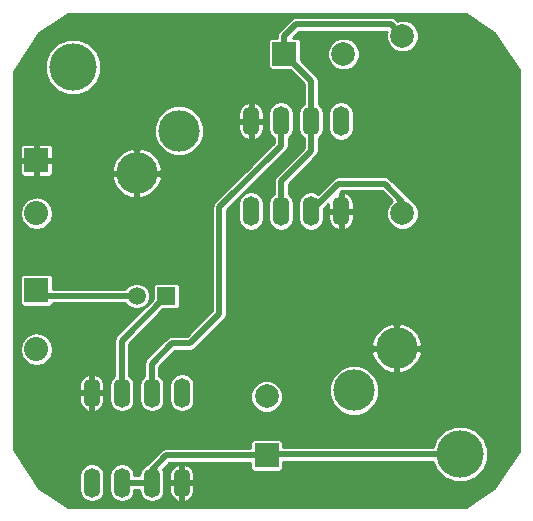
<source format=gtl>
G04 #@! TF.FileFunction,Copper,L1,Top,Signal*
%FSLAX46Y46*%
G04 Gerber Fmt 4.6, Leading zero omitted, Abs format (unit mm)*
G04 Created by KiCad (PCBNEW (2014-11-17 BZR 5289)-product) date Wed 28 Oct 2015 02:20:07 PM EDT*
%MOMM*%
G01*
G04 APERTURE LIST*
%ADD10C,0.100000*%
%ADD11R,2.032000X2.032000*%
%ADD12O,2.032000X2.032000*%
%ADD13O,1.400000X2.500000*%
%ADD14R,2.000000X2.000000*%
%ADD15C,2.000000*%
%ADD16C,1.998980*%
%ADD17C,3.500000*%
%ADD18C,4.000000*%
%ADD19R,1.500000X1.500000*%
%ADD20C,1.500000*%
%ADD21C,0.500000*%
%ADD22C,0.254000*%
G04 APERTURE END LIST*
D10*
D11*
X193000000Y-91500000D03*
D12*
X193000000Y-96000000D03*
D11*
X193000000Y-102500000D03*
D12*
X193000000Y-107500000D03*
D13*
X205310000Y-111190000D03*
X202770000Y-111190000D03*
X200230000Y-111190000D03*
X197690000Y-111190000D03*
X197690000Y-118810000D03*
X200230000Y-118810000D03*
X202770000Y-118810000D03*
X205310000Y-118810000D03*
X218810000Y-88190000D03*
X216270000Y-88190000D03*
X213730000Y-88190000D03*
X211190000Y-88190000D03*
X211190000Y-95810000D03*
X213730000Y-95810000D03*
X216270000Y-95810000D03*
X218810000Y-95810000D03*
D14*
X214000000Y-82500000D03*
D15*
X219000000Y-82500000D03*
D14*
X212500000Y-116500000D03*
D15*
X212500000Y-111500000D03*
D16*
X224000000Y-96000000D03*
X224000000Y-81000000D03*
D17*
X223500000Y-107407898D03*
X219907898Y-111000000D03*
D18*
X228888154Y-116388154D03*
D17*
X201500000Y-92592102D03*
X205092102Y-89000000D03*
D18*
X196111846Y-83611846D03*
D19*
X204000000Y-103000000D03*
D20*
X201500000Y-103000000D03*
D21*
X224000000Y-81000000D02*
X223000000Y-80000000D01*
X214000000Y-81000000D02*
X214000000Y-82500000D01*
X215000000Y-80000000D02*
X214000000Y-81000000D01*
X223000000Y-80000000D02*
X215000000Y-80000000D01*
X216270000Y-84770000D02*
X216270000Y-88190000D01*
X214000000Y-82500000D02*
X216270000Y-84770000D01*
X213730000Y-93270000D02*
X216270000Y-90730000D01*
X216270000Y-90730000D02*
X216270000Y-88190000D01*
X213730000Y-95810000D02*
X213730000Y-93270000D01*
X200230000Y-118810000D02*
X202770000Y-118810000D01*
X202770000Y-117730000D02*
X204000000Y-116500000D01*
X204000000Y-116500000D02*
X212500000Y-116500000D01*
X202770000Y-118810000D02*
X202770000Y-117730000D01*
X212611846Y-116388154D02*
X212500000Y-116500000D01*
X228888154Y-116388154D02*
X212611846Y-116388154D01*
X200230000Y-106770000D02*
X200230000Y-111190000D01*
X204000000Y-103000000D02*
X200230000Y-106770000D01*
X204500000Y-103000000D02*
X204000000Y-103000000D01*
X201500000Y-103000000D02*
X193500000Y-103000000D01*
X193500000Y-103000000D02*
X193000000Y-102500000D01*
X193500000Y-103000000D02*
X193000000Y-102500000D01*
X222500000Y-93500000D02*
X218580000Y-93500000D01*
X218580000Y-93500000D02*
X216270000Y-95810000D01*
X224000000Y-95000000D02*
X222500000Y-93500000D01*
X224000000Y-96000000D02*
X224000000Y-95000000D01*
X202770000Y-108730000D02*
X204500000Y-107000000D01*
X204500000Y-107000000D02*
X206000000Y-107000000D01*
X206000000Y-107000000D02*
X208500000Y-104500000D01*
X208500000Y-104500000D02*
X208500000Y-95500000D01*
X208500000Y-95500000D02*
X213730000Y-90270000D01*
X213730000Y-90270000D02*
X213730000Y-88190000D01*
X202770000Y-111190000D02*
X202770000Y-108730000D01*
D22*
G36*
X233873000Y-115956578D02*
X233832802Y-116158665D01*
X231760334Y-119260333D01*
X231269567Y-119588253D01*
X231269567Y-115916622D01*
X230907845Y-115041188D01*
X230238643Y-114370817D01*
X229363842Y-114007568D01*
X228416622Y-114006741D01*
X227541188Y-114368463D01*
X226870817Y-115037665D01*
X226572059Y-115757154D01*
X225622462Y-115757154D01*
X225622462Y-107872646D01*
X225622462Y-106943150D01*
X225380729Y-106389869D01*
X225380729Y-95726608D01*
X225380729Y-80726608D01*
X225171005Y-80219037D01*
X224783006Y-79830360D01*
X224275801Y-79619751D01*
X223726608Y-79619271D01*
X223574492Y-79682123D01*
X223446184Y-79553816D01*
X223241473Y-79417032D01*
X223000000Y-79369000D01*
X215000000Y-79369000D01*
X214758527Y-79417032D01*
X214553816Y-79553815D01*
X213553816Y-80553816D01*
X213417032Y-80758527D01*
X213369000Y-81000000D01*
X213369000Y-81119000D01*
X212924214Y-81119000D01*
X212784180Y-81177004D01*
X212677004Y-81284181D01*
X212619000Y-81424215D01*
X212619000Y-81575786D01*
X212619000Y-83575786D01*
X212677004Y-83715820D01*
X212784181Y-83822996D01*
X212924215Y-83881000D01*
X213075786Y-83881000D01*
X214488631Y-83881000D01*
X215639000Y-85031368D01*
X215639000Y-86754541D01*
X215505618Y-86843665D01*
X215271286Y-87194366D01*
X215189000Y-87608047D01*
X215189000Y-88771953D01*
X215271286Y-89185634D01*
X215505618Y-89536335D01*
X215639000Y-89625458D01*
X215639000Y-90468631D01*
X214811000Y-91296631D01*
X214811000Y-88771953D01*
X214811000Y-87608047D01*
X214728714Y-87194366D01*
X214494382Y-86843665D01*
X214143681Y-86609333D01*
X213730000Y-86527047D01*
X213316319Y-86609333D01*
X212965618Y-86843665D01*
X212731286Y-87194366D01*
X212649000Y-87608047D01*
X212649000Y-88771953D01*
X212731286Y-89185634D01*
X212965618Y-89536335D01*
X213099000Y-89625458D01*
X213099000Y-90008632D01*
X212271000Y-90836632D01*
X212271000Y-88867000D01*
X212271000Y-88317000D01*
X212271000Y-88063000D01*
X212271000Y-87513000D01*
X212140113Y-87108987D01*
X211864580Y-86785815D01*
X211483371Y-86599570D01*
X211317000Y-86662465D01*
X211317000Y-88063000D01*
X212271000Y-88063000D01*
X212271000Y-88317000D01*
X211317000Y-88317000D01*
X211317000Y-89717535D01*
X211483371Y-89780430D01*
X211864580Y-89594185D01*
X212140113Y-89271013D01*
X212271000Y-88867000D01*
X212271000Y-90836632D01*
X211063000Y-92044632D01*
X211063000Y-89717535D01*
X211063000Y-88317000D01*
X211063000Y-88063000D01*
X211063000Y-86662465D01*
X210896629Y-86599570D01*
X210515420Y-86785815D01*
X210239887Y-87108987D01*
X210109000Y-87513000D01*
X210109000Y-88063000D01*
X211063000Y-88063000D01*
X211063000Y-88317000D01*
X210109000Y-88317000D01*
X210109000Y-88867000D01*
X210239887Y-89271013D01*
X210515420Y-89594185D01*
X210896629Y-89780430D01*
X211063000Y-89717535D01*
X211063000Y-92044632D01*
X208053816Y-95053816D01*
X207917032Y-95258527D01*
X207869000Y-95500000D01*
X207869000Y-104238632D01*
X207223471Y-104884161D01*
X207223471Y-88577978D01*
X206899729Y-87794462D01*
X206300793Y-87194479D01*
X205517844Y-86869370D01*
X204670080Y-86868631D01*
X203886564Y-87192373D01*
X203286581Y-87791309D01*
X202961472Y-88574258D01*
X202960733Y-89422022D01*
X203284475Y-90205538D01*
X203883411Y-90805521D01*
X204666360Y-91130630D01*
X205514124Y-91131369D01*
X206297640Y-90807627D01*
X206897623Y-90208691D01*
X207222732Y-89425742D01*
X207223471Y-88577978D01*
X207223471Y-104884161D01*
X205738632Y-106369000D01*
X205131000Y-106369000D01*
X205131000Y-103825785D01*
X205131000Y-103674214D01*
X205131000Y-103000000D01*
X205131000Y-102174214D01*
X205072996Y-102034180D01*
X204965819Y-101927004D01*
X204825785Y-101869000D01*
X204674214Y-101869000D01*
X203622462Y-101869000D01*
X203622462Y-93056850D01*
X203622462Y-92127354D01*
X203283048Y-91350500D01*
X202672181Y-90762668D01*
X201964748Y-90469640D01*
X201627000Y-90518488D01*
X201627000Y-92465102D01*
X203573614Y-92465102D01*
X203622462Y-92127354D01*
X203622462Y-93056850D01*
X203573614Y-92719102D01*
X201627000Y-92719102D01*
X201627000Y-94665716D01*
X201964748Y-94714564D01*
X202741602Y-94375150D01*
X203329434Y-93764283D01*
X203622462Y-93056850D01*
X203622462Y-101869000D01*
X203174214Y-101869000D01*
X203034180Y-101927004D01*
X202927004Y-102034181D01*
X202869000Y-102174215D01*
X202869000Y-102325786D01*
X202869000Y-103238632D01*
X202631196Y-103476436D01*
X202631196Y-102776017D01*
X202459375Y-102360177D01*
X202141497Y-102041744D01*
X201725957Y-101869196D01*
X201373000Y-101868888D01*
X201373000Y-94665716D01*
X201373000Y-92719102D01*
X201373000Y-92465102D01*
X201373000Y-90518488D01*
X201035252Y-90469640D01*
X200258398Y-90809054D01*
X199670566Y-91419921D01*
X199377538Y-92127354D01*
X199426386Y-92465102D01*
X201373000Y-92465102D01*
X201373000Y-92719102D01*
X199426386Y-92719102D01*
X199377538Y-93056850D01*
X199716952Y-93833704D01*
X200327819Y-94421536D01*
X201035252Y-94714564D01*
X201373000Y-94665716D01*
X201373000Y-101868888D01*
X201276017Y-101868804D01*
X200860177Y-102040625D01*
X200541744Y-102358503D01*
X200537385Y-102369000D01*
X198493259Y-102369000D01*
X198493259Y-83140314D01*
X198131537Y-82264880D01*
X197462335Y-81594509D01*
X196587534Y-81231260D01*
X195640314Y-81230433D01*
X194764880Y-81592155D01*
X194094509Y-82261357D01*
X193731260Y-83136158D01*
X193730433Y-84083378D01*
X194092155Y-84958812D01*
X194761357Y-85629183D01*
X195636158Y-85992432D01*
X196583378Y-85993259D01*
X197458812Y-85631537D01*
X198129183Y-84962335D01*
X198492432Y-84087534D01*
X198493259Y-83140314D01*
X198493259Y-102369000D01*
X194397000Y-102369000D01*
X194397000Y-101408214D01*
X194397000Y-96027369D01*
X194397000Y-95972631D01*
X194397000Y-92591786D01*
X194397000Y-91722250D01*
X194397000Y-91277750D01*
X194397000Y-90408214D01*
X194338996Y-90268180D01*
X194231819Y-90161004D01*
X194091785Y-90103000D01*
X193940214Y-90103000D01*
X193222250Y-90103000D01*
X193127000Y-90198250D01*
X193127000Y-91373000D01*
X194301750Y-91373000D01*
X194397000Y-91277750D01*
X194397000Y-91722250D01*
X194301750Y-91627000D01*
X193127000Y-91627000D01*
X193127000Y-92801750D01*
X193222250Y-92897000D01*
X193940214Y-92897000D01*
X194091785Y-92897000D01*
X194231819Y-92838996D01*
X194338996Y-92731820D01*
X194397000Y-92591786D01*
X194397000Y-95972631D01*
X194290660Y-95438022D01*
X193987828Y-94984803D01*
X193534609Y-94681971D01*
X193000000Y-94575631D01*
X192873000Y-94600892D01*
X192873000Y-92801750D01*
X192873000Y-91627000D01*
X192873000Y-91373000D01*
X192873000Y-90198250D01*
X192777750Y-90103000D01*
X192059786Y-90103000D01*
X191908215Y-90103000D01*
X191768181Y-90161004D01*
X191661004Y-90268180D01*
X191603000Y-90408214D01*
X191603000Y-91277750D01*
X191698250Y-91373000D01*
X192873000Y-91373000D01*
X192873000Y-91627000D01*
X191698250Y-91627000D01*
X191603000Y-91722250D01*
X191603000Y-92591786D01*
X191661004Y-92731820D01*
X191768181Y-92838996D01*
X191908215Y-92897000D01*
X192059786Y-92897000D01*
X192777750Y-92897000D01*
X192873000Y-92801750D01*
X192873000Y-94600892D01*
X192465391Y-94681971D01*
X192012172Y-94984803D01*
X191709340Y-95438022D01*
X191603000Y-95972631D01*
X191603000Y-96027369D01*
X191709340Y-96561978D01*
X192012172Y-97015197D01*
X192465391Y-97318029D01*
X193000000Y-97424369D01*
X193534609Y-97318029D01*
X193987828Y-97015197D01*
X194290660Y-96561978D01*
X194397000Y-96027369D01*
X194397000Y-101408214D01*
X194338996Y-101268180D01*
X194231819Y-101161004D01*
X194091785Y-101103000D01*
X193940214Y-101103000D01*
X191908214Y-101103000D01*
X191768180Y-101161004D01*
X191661004Y-101268181D01*
X191603000Y-101408215D01*
X191603000Y-101559786D01*
X191603000Y-103591786D01*
X191661004Y-103731820D01*
X191768181Y-103838996D01*
X191908215Y-103897000D01*
X192059786Y-103897000D01*
X194091786Y-103897000D01*
X194231820Y-103838996D01*
X194338996Y-103731819D01*
X194380756Y-103631000D01*
X200536979Y-103631000D01*
X200540625Y-103639823D01*
X200858503Y-103958256D01*
X201274043Y-104130804D01*
X201723983Y-104131196D01*
X202139823Y-103959375D01*
X202458256Y-103641497D01*
X202630804Y-103225957D01*
X202631196Y-102776017D01*
X202631196Y-103476436D01*
X199783816Y-106323816D01*
X199647032Y-106528527D01*
X199599000Y-106770000D01*
X199599000Y-109754541D01*
X199465618Y-109843665D01*
X199231286Y-110194366D01*
X199149000Y-110608047D01*
X199149000Y-111771953D01*
X199231286Y-112185634D01*
X199465618Y-112536335D01*
X199816319Y-112770667D01*
X200230000Y-112852953D01*
X200643681Y-112770667D01*
X200994382Y-112536335D01*
X201228714Y-112185634D01*
X201311000Y-111771953D01*
X201311000Y-110608047D01*
X201228714Y-110194366D01*
X200994382Y-109843665D01*
X200861000Y-109754541D01*
X200861000Y-107031368D01*
X203761368Y-104131000D01*
X204825786Y-104131000D01*
X204965820Y-104072996D01*
X205072996Y-103965819D01*
X205131000Y-103825785D01*
X205131000Y-106369000D01*
X204500000Y-106369000D01*
X204258527Y-106417032D01*
X204190599Y-106462420D01*
X204053815Y-106553816D01*
X202323816Y-108283816D01*
X202187032Y-108488527D01*
X202139000Y-108730000D01*
X202139000Y-109754541D01*
X202005618Y-109843665D01*
X201771286Y-110194366D01*
X201689000Y-110608047D01*
X201689000Y-111771953D01*
X201771286Y-112185634D01*
X202005618Y-112536335D01*
X202356319Y-112770667D01*
X202770000Y-112852953D01*
X203183681Y-112770667D01*
X203534382Y-112536335D01*
X203768714Y-112185634D01*
X203851000Y-111771953D01*
X203851000Y-110608047D01*
X203768714Y-110194366D01*
X203534382Y-109843665D01*
X203401000Y-109754541D01*
X203401000Y-108991368D01*
X204761368Y-107631000D01*
X206000000Y-107631000D01*
X206000000Y-107630999D01*
X206241473Y-107582968D01*
X206446184Y-107446184D01*
X208946184Y-104946184D01*
X209082968Y-104741473D01*
X209131000Y-104500000D01*
X209131000Y-95761368D01*
X210419405Y-94472962D01*
X210191286Y-94814366D01*
X210109000Y-95228047D01*
X210109000Y-96391953D01*
X210191286Y-96805634D01*
X210425618Y-97156335D01*
X210776319Y-97390667D01*
X211190000Y-97472953D01*
X211603681Y-97390667D01*
X211954382Y-97156335D01*
X212188714Y-96805634D01*
X212271000Y-96391953D01*
X212271000Y-95228047D01*
X212188714Y-94814366D01*
X211954382Y-94463665D01*
X211603681Y-94229333D01*
X211190000Y-94147047D01*
X210776319Y-94229333D01*
X210434915Y-94457452D01*
X214176184Y-90716184D01*
X214312968Y-90511473D01*
X214361000Y-90270000D01*
X214361000Y-89625458D01*
X214494382Y-89536335D01*
X214728714Y-89185634D01*
X214811000Y-88771953D01*
X214811000Y-91296631D01*
X213283816Y-92823816D01*
X213147032Y-93028527D01*
X213099000Y-93270000D01*
X213099000Y-94374541D01*
X212965618Y-94463665D01*
X212731286Y-94814366D01*
X212649000Y-95228047D01*
X212649000Y-96391953D01*
X212731286Y-96805634D01*
X212965618Y-97156335D01*
X213316319Y-97390667D01*
X213730000Y-97472953D01*
X214143681Y-97390667D01*
X214494382Y-97156335D01*
X214728714Y-96805634D01*
X214811000Y-96391953D01*
X214811000Y-95228047D01*
X214728714Y-94814366D01*
X214494382Y-94463665D01*
X214361000Y-94374541D01*
X214361000Y-93531368D01*
X216716184Y-91176185D01*
X216716184Y-91176184D01*
X216852968Y-90971474D01*
X216852968Y-90971473D01*
X216860936Y-90931410D01*
X216900999Y-90730000D01*
X216901000Y-90730000D01*
X216901000Y-89625458D01*
X217034382Y-89536335D01*
X217268714Y-89185634D01*
X217351000Y-88771953D01*
X217351000Y-87608047D01*
X217268714Y-87194366D01*
X217034382Y-86843665D01*
X216901000Y-86754541D01*
X216901000Y-84770000D01*
X216852968Y-84528527D01*
X216716185Y-84323816D01*
X215381000Y-82988631D01*
X215381000Y-81424214D01*
X215322996Y-81284180D01*
X215215819Y-81177004D01*
X215075785Y-81119000D01*
X214924214Y-81119000D01*
X214773368Y-81119000D01*
X215261368Y-80631000D01*
X222658450Y-80631000D01*
X222619751Y-80724199D01*
X222619271Y-81273392D01*
X222828995Y-81780963D01*
X223216994Y-82169640D01*
X223724199Y-82380249D01*
X224273392Y-82380729D01*
X224780963Y-82171005D01*
X225169640Y-81783006D01*
X225380249Y-81275801D01*
X225380729Y-80726608D01*
X225380729Y-95726608D01*
X225171005Y-95219037D01*
X224783006Y-94830360D01*
X224572584Y-94742985D01*
X224572583Y-94742985D01*
X224446184Y-94553816D01*
X224446184Y-94553815D01*
X222946184Y-93053816D01*
X222741473Y-92917032D01*
X222500000Y-92869000D01*
X220381239Y-92869000D01*
X220381239Y-82226507D01*
X220171437Y-81718749D01*
X219783295Y-81329928D01*
X219275903Y-81119241D01*
X218726507Y-81118761D01*
X218218749Y-81328563D01*
X217829928Y-81716705D01*
X217619241Y-82224097D01*
X217618761Y-82773493D01*
X217828563Y-83281251D01*
X218216705Y-83670072D01*
X218724097Y-83880759D01*
X219273493Y-83881239D01*
X219781251Y-83671437D01*
X220170072Y-83283295D01*
X220380759Y-82775903D01*
X220381239Y-82226507D01*
X220381239Y-92869000D01*
X219891000Y-92869000D01*
X219891000Y-88771953D01*
X219891000Y-87608047D01*
X219808714Y-87194366D01*
X219574382Y-86843665D01*
X219223681Y-86609333D01*
X218810000Y-86527047D01*
X218396319Y-86609333D01*
X218045618Y-86843665D01*
X217811286Y-87194366D01*
X217729000Y-87608047D01*
X217729000Y-88771953D01*
X217811286Y-89185634D01*
X218045618Y-89536335D01*
X218396319Y-89770667D01*
X218810000Y-89852953D01*
X219223681Y-89770667D01*
X219574382Y-89536335D01*
X219808714Y-89185634D01*
X219891000Y-88771953D01*
X219891000Y-92869000D01*
X218580000Y-92869000D01*
X218378589Y-92909063D01*
X218338526Y-92917032D01*
X218133815Y-93053816D01*
X216848301Y-94339329D01*
X216683681Y-94229333D01*
X216270000Y-94147047D01*
X215856319Y-94229333D01*
X215505618Y-94463665D01*
X215271286Y-94814366D01*
X215189000Y-95228047D01*
X215189000Y-96391953D01*
X215271286Y-96805634D01*
X215505618Y-97156335D01*
X215856319Y-97390667D01*
X216270000Y-97472953D01*
X216683681Y-97390667D01*
X217034382Y-97156335D01*
X217268714Y-96805634D01*
X217351000Y-96391953D01*
X217351000Y-95621368D01*
X217729000Y-95243368D01*
X217729000Y-95683000D01*
X218683000Y-95683000D01*
X218683000Y-94289368D01*
X218841368Y-94131000D01*
X222238631Y-94131000D01*
X223077708Y-94970077D01*
X222830360Y-95216994D01*
X222619751Y-95724199D01*
X222619271Y-96273392D01*
X222828995Y-96780963D01*
X223216994Y-97169640D01*
X223724199Y-97380249D01*
X224273392Y-97380729D01*
X224780963Y-97171005D01*
X225169640Y-96783006D01*
X225380249Y-96275801D01*
X225380729Y-95726608D01*
X225380729Y-106389869D01*
X225283048Y-106166296D01*
X224672181Y-105578464D01*
X223964748Y-105285436D01*
X223627000Y-105334284D01*
X223627000Y-107280898D01*
X225573614Y-107280898D01*
X225622462Y-106943150D01*
X225622462Y-107872646D01*
X225573614Y-107534898D01*
X223627000Y-107534898D01*
X223627000Y-109481512D01*
X223964748Y-109530360D01*
X224741602Y-109190946D01*
X225329434Y-108580079D01*
X225622462Y-107872646D01*
X225622462Y-115757154D01*
X223373000Y-115757154D01*
X223373000Y-109481512D01*
X223373000Y-107534898D01*
X223373000Y-107280898D01*
X223373000Y-105334284D01*
X223035252Y-105285436D01*
X222258398Y-105624850D01*
X221670566Y-106235717D01*
X221377538Y-106943150D01*
X221426386Y-107280898D01*
X223373000Y-107280898D01*
X223373000Y-107534898D01*
X221426386Y-107534898D01*
X221377538Y-107872646D01*
X221716952Y-108649500D01*
X222327819Y-109237332D01*
X223035252Y-109530360D01*
X223373000Y-109481512D01*
X223373000Y-115757154D01*
X222039267Y-115757154D01*
X222039267Y-110577978D01*
X221715525Y-109794462D01*
X221116589Y-109194479D01*
X220333640Y-108869370D01*
X219891000Y-108868984D01*
X219891000Y-96487000D01*
X219891000Y-95937000D01*
X219891000Y-95683000D01*
X219891000Y-95133000D01*
X219760113Y-94728987D01*
X219484580Y-94405815D01*
X219103371Y-94219570D01*
X218937000Y-94282465D01*
X218937000Y-95683000D01*
X219891000Y-95683000D01*
X219891000Y-95937000D01*
X218937000Y-95937000D01*
X218937000Y-97337535D01*
X219103371Y-97400430D01*
X219484580Y-97214185D01*
X219760113Y-96891013D01*
X219891000Y-96487000D01*
X219891000Y-108868984D01*
X219485876Y-108868631D01*
X218702360Y-109192373D01*
X218683000Y-109211699D01*
X218683000Y-97337535D01*
X218683000Y-95937000D01*
X217729000Y-95937000D01*
X217729000Y-96487000D01*
X217859887Y-96891013D01*
X218135420Y-97214185D01*
X218516629Y-97400430D01*
X218683000Y-97337535D01*
X218683000Y-109211699D01*
X218102377Y-109791309D01*
X217777268Y-110574258D01*
X217776529Y-111422022D01*
X218100271Y-112205538D01*
X218699207Y-112805521D01*
X219482156Y-113130630D01*
X220329920Y-113131369D01*
X221113436Y-112807627D01*
X221713419Y-112208691D01*
X222038528Y-111425742D01*
X222039267Y-110577978D01*
X222039267Y-115757154D01*
X213881239Y-115757154D01*
X213881239Y-111226507D01*
X213671437Y-110718749D01*
X213283295Y-110329928D01*
X212775903Y-110119241D01*
X212226507Y-110118761D01*
X211718749Y-110328563D01*
X211329928Y-110716705D01*
X211119241Y-111224097D01*
X211118761Y-111773493D01*
X211328563Y-112281251D01*
X211716705Y-112670072D01*
X212224097Y-112880759D01*
X212773493Y-112881239D01*
X213281251Y-112671437D01*
X213670072Y-112283295D01*
X213880759Y-111775903D01*
X213881239Y-111226507D01*
X213881239Y-115757154D01*
X213881000Y-115757154D01*
X213881000Y-115424214D01*
X213822996Y-115284180D01*
X213715819Y-115177004D01*
X213575785Y-115119000D01*
X213424214Y-115119000D01*
X211424214Y-115119000D01*
X211284180Y-115177004D01*
X211177004Y-115284181D01*
X211119000Y-115424215D01*
X211119000Y-115575786D01*
X211119000Y-115869000D01*
X206391000Y-115869000D01*
X206391000Y-111771953D01*
X206391000Y-110608047D01*
X206308714Y-110194366D01*
X206074382Y-109843665D01*
X205723681Y-109609333D01*
X205310000Y-109527047D01*
X204896319Y-109609333D01*
X204545618Y-109843665D01*
X204311286Y-110194366D01*
X204229000Y-110608047D01*
X204229000Y-111771953D01*
X204311286Y-112185634D01*
X204545618Y-112536335D01*
X204896319Y-112770667D01*
X205310000Y-112852953D01*
X205723681Y-112770667D01*
X206074382Y-112536335D01*
X206308714Y-112185634D01*
X206391000Y-111771953D01*
X206391000Y-115869000D01*
X204000000Y-115869000D01*
X203758527Y-115917032D01*
X203553816Y-116053815D01*
X202383756Y-117223875D01*
X202356319Y-117229333D01*
X202005618Y-117463665D01*
X201771286Y-117814366D01*
X201698756Y-118179000D01*
X201301243Y-118179000D01*
X201228714Y-117814366D01*
X200994382Y-117463665D01*
X200643681Y-117229333D01*
X200230000Y-117147047D01*
X199816319Y-117229333D01*
X199465618Y-117463665D01*
X199231286Y-117814366D01*
X199149000Y-118228047D01*
X199149000Y-119391953D01*
X199231286Y-119805634D01*
X199465618Y-120156335D01*
X199816319Y-120390667D01*
X200230000Y-120472953D01*
X200643681Y-120390667D01*
X200994382Y-120156335D01*
X201228714Y-119805634D01*
X201301243Y-119441000D01*
X201698756Y-119441000D01*
X201771286Y-119805634D01*
X202005618Y-120156335D01*
X202356319Y-120390667D01*
X202770000Y-120472953D01*
X203183681Y-120390667D01*
X203534382Y-120156335D01*
X203768714Y-119805634D01*
X203851000Y-119391953D01*
X203851000Y-118228047D01*
X203768714Y-117814366D01*
X203692325Y-117700042D01*
X204261368Y-117131000D01*
X211119000Y-117131000D01*
X211119000Y-117575786D01*
X211177004Y-117715820D01*
X211284181Y-117822996D01*
X211424215Y-117881000D01*
X211575786Y-117881000D01*
X213575786Y-117881000D01*
X213715820Y-117822996D01*
X213822996Y-117715819D01*
X213881000Y-117575785D01*
X213881000Y-117424214D01*
X213881000Y-117019154D01*
X226572631Y-117019154D01*
X226868463Y-117735120D01*
X227537665Y-118405491D01*
X228412466Y-118768740D01*
X229359686Y-118769567D01*
X230235120Y-118407845D01*
X230905491Y-117738643D01*
X231268740Y-116863842D01*
X231269567Y-115916622D01*
X231269567Y-119588253D01*
X229346808Y-120873000D01*
X206391000Y-120873000D01*
X206391000Y-119487000D01*
X206391000Y-118937000D01*
X206391000Y-118683000D01*
X206391000Y-118133000D01*
X206260113Y-117728987D01*
X205984580Y-117405815D01*
X205603371Y-117219570D01*
X205437000Y-117282465D01*
X205437000Y-118683000D01*
X206391000Y-118683000D01*
X206391000Y-118937000D01*
X205437000Y-118937000D01*
X205437000Y-120337535D01*
X205603371Y-120400430D01*
X205984580Y-120214185D01*
X206260113Y-119891013D01*
X206391000Y-119487000D01*
X206391000Y-120873000D01*
X205183000Y-120873000D01*
X205183000Y-120337535D01*
X205183000Y-118937000D01*
X205183000Y-118683000D01*
X205183000Y-117282465D01*
X205016629Y-117219570D01*
X204635420Y-117405815D01*
X204359887Y-117728987D01*
X204229000Y-118133000D01*
X204229000Y-118683000D01*
X205183000Y-118683000D01*
X205183000Y-118937000D01*
X204229000Y-118937000D01*
X204229000Y-119487000D01*
X204359887Y-119891013D01*
X204635420Y-120214185D01*
X205016629Y-120400430D01*
X205183000Y-120337535D01*
X205183000Y-120873000D01*
X198771000Y-120873000D01*
X198771000Y-119391953D01*
X198771000Y-118228047D01*
X198771000Y-111867000D01*
X198771000Y-111317000D01*
X198771000Y-111063000D01*
X198771000Y-110513000D01*
X198640113Y-110108987D01*
X198364580Y-109785815D01*
X197983371Y-109599570D01*
X197817000Y-109662465D01*
X197817000Y-111063000D01*
X198771000Y-111063000D01*
X198771000Y-111317000D01*
X197817000Y-111317000D01*
X197817000Y-112717535D01*
X197983371Y-112780430D01*
X198364580Y-112594185D01*
X198640113Y-112271013D01*
X198771000Y-111867000D01*
X198771000Y-118228047D01*
X198688714Y-117814366D01*
X198454382Y-117463665D01*
X198103681Y-117229333D01*
X197690000Y-117147047D01*
X197563000Y-117172308D01*
X197563000Y-112717535D01*
X197563000Y-111317000D01*
X197563000Y-111063000D01*
X197563000Y-109662465D01*
X197396629Y-109599570D01*
X197015420Y-109785815D01*
X196739887Y-110108987D01*
X196609000Y-110513000D01*
X196609000Y-111063000D01*
X197563000Y-111063000D01*
X197563000Y-111317000D01*
X196609000Y-111317000D01*
X196609000Y-111867000D01*
X196739887Y-112271013D01*
X197015420Y-112594185D01*
X197396629Y-112780430D01*
X197563000Y-112717535D01*
X197563000Y-117172308D01*
X197276319Y-117229333D01*
X196925618Y-117463665D01*
X196691286Y-117814366D01*
X196609000Y-118228047D01*
X196609000Y-119391953D01*
X196691286Y-119805634D01*
X196925618Y-120156335D01*
X197276319Y-120390667D01*
X197690000Y-120472953D01*
X198103681Y-120390667D01*
X198454382Y-120156335D01*
X198688714Y-119805634D01*
X198771000Y-119391953D01*
X198771000Y-120873000D01*
X195653191Y-120873000D01*
X194397000Y-120033639D01*
X194397000Y-107527369D01*
X194397000Y-107472631D01*
X194290660Y-106938022D01*
X193987828Y-106484803D01*
X193534609Y-106181971D01*
X193000000Y-106075631D01*
X192465391Y-106181971D01*
X192012172Y-106484803D01*
X191709340Y-106938022D01*
X191603000Y-107472631D01*
X191603000Y-107527369D01*
X191709340Y-108061978D01*
X192012172Y-108515197D01*
X192465391Y-108818029D01*
X193000000Y-108924369D01*
X193534609Y-108818029D01*
X193987828Y-108515197D01*
X194290660Y-108061978D01*
X194397000Y-107527369D01*
X194397000Y-120033639D01*
X193239666Y-119260334D01*
X191167197Y-116158665D01*
X191127000Y-115956578D01*
X191127000Y-84043421D01*
X191167197Y-83841334D01*
X193239666Y-80739665D01*
X195653191Y-79127000D01*
X229346808Y-79127000D01*
X231760334Y-80739666D01*
X233832802Y-83841334D01*
X233873000Y-84043421D01*
X233873000Y-115956578D01*
X233873000Y-115956578D01*
G37*
X233873000Y-115956578D02*
X233832802Y-116158665D01*
X231760334Y-119260333D01*
X231269567Y-119588253D01*
X231269567Y-115916622D01*
X230907845Y-115041188D01*
X230238643Y-114370817D01*
X229363842Y-114007568D01*
X228416622Y-114006741D01*
X227541188Y-114368463D01*
X226870817Y-115037665D01*
X226572059Y-115757154D01*
X225622462Y-115757154D01*
X225622462Y-107872646D01*
X225622462Y-106943150D01*
X225380729Y-106389869D01*
X225380729Y-95726608D01*
X225380729Y-80726608D01*
X225171005Y-80219037D01*
X224783006Y-79830360D01*
X224275801Y-79619751D01*
X223726608Y-79619271D01*
X223574492Y-79682123D01*
X223446184Y-79553816D01*
X223241473Y-79417032D01*
X223000000Y-79369000D01*
X215000000Y-79369000D01*
X214758527Y-79417032D01*
X214553816Y-79553815D01*
X213553816Y-80553816D01*
X213417032Y-80758527D01*
X213369000Y-81000000D01*
X213369000Y-81119000D01*
X212924214Y-81119000D01*
X212784180Y-81177004D01*
X212677004Y-81284181D01*
X212619000Y-81424215D01*
X212619000Y-81575786D01*
X212619000Y-83575786D01*
X212677004Y-83715820D01*
X212784181Y-83822996D01*
X212924215Y-83881000D01*
X213075786Y-83881000D01*
X214488631Y-83881000D01*
X215639000Y-85031368D01*
X215639000Y-86754541D01*
X215505618Y-86843665D01*
X215271286Y-87194366D01*
X215189000Y-87608047D01*
X215189000Y-88771953D01*
X215271286Y-89185634D01*
X215505618Y-89536335D01*
X215639000Y-89625458D01*
X215639000Y-90468631D01*
X214811000Y-91296631D01*
X214811000Y-88771953D01*
X214811000Y-87608047D01*
X214728714Y-87194366D01*
X214494382Y-86843665D01*
X214143681Y-86609333D01*
X213730000Y-86527047D01*
X213316319Y-86609333D01*
X212965618Y-86843665D01*
X212731286Y-87194366D01*
X212649000Y-87608047D01*
X212649000Y-88771953D01*
X212731286Y-89185634D01*
X212965618Y-89536335D01*
X213099000Y-89625458D01*
X213099000Y-90008632D01*
X212271000Y-90836632D01*
X212271000Y-88867000D01*
X212271000Y-88317000D01*
X212271000Y-88063000D01*
X212271000Y-87513000D01*
X212140113Y-87108987D01*
X211864580Y-86785815D01*
X211483371Y-86599570D01*
X211317000Y-86662465D01*
X211317000Y-88063000D01*
X212271000Y-88063000D01*
X212271000Y-88317000D01*
X211317000Y-88317000D01*
X211317000Y-89717535D01*
X211483371Y-89780430D01*
X211864580Y-89594185D01*
X212140113Y-89271013D01*
X212271000Y-88867000D01*
X212271000Y-90836632D01*
X211063000Y-92044632D01*
X211063000Y-89717535D01*
X211063000Y-88317000D01*
X211063000Y-88063000D01*
X211063000Y-86662465D01*
X210896629Y-86599570D01*
X210515420Y-86785815D01*
X210239887Y-87108987D01*
X210109000Y-87513000D01*
X210109000Y-88063000D01*
X211063000Y-88063000D01*
X211063000Y-88317000D01*
X210109000Y-88317000D01*
X210109000Y-88867000D01*
X210239887Y-89271013D01*
X210515420Y-89594185D01*
X210896629Y-89780430D01*
X211063000Y-89717535D01*
X211063000Y-92044632D01*
X208053816Y-95053816D01*
X207917032Y-95258527D01*
X207869000Y-95500000D01*
X207869000Y-104238632D01*
X207223471Y-104884161D01*
X207223471Y-88577978D01*
X206899729Y-87794462D01*
X206300793Y-87194479D01*
X205517844Y-86869370D01*
X204670080Y-86868631D01*
X203886564Y-87192373D01*
X203286581Y-87791309D01*
X202961472Y-88574258D01*
X202960733Y-89422022D01*
X203284475Y-90205538D01*
X203883411Y-90805521D01*
X204666360Y-91130630D01*
X205514124Y-91131369D01*
X206297640Y-90807627D01*
X206897623Y-90208691D01*
X207222732Y-89425742D01*
X207223471Y-88577978D01*
X207223471Y-104884161D01*
X205738632Y-106369000D01*
X205131000Y-106369000D01*
X205131000Y-103825785D01*
X205131000Y-103674214D01*
X205131000Y-103000000D01*
X205131000Y-102174214D01*
X205072996Y-102034180D01*
X204965819Y-101927004D01*
X204825785Y-101869000D01*
X204674214Y-101869000D01*
X203622462Y-101869000D01*
X203622462Y-93056850D01*
X203622462Y-92127354D01*
X203283048Y-91350500D01*
X202672181Y-90762668D01*
X201964748Y-90469640D01*
X201627000Y-90518488D01*
X201627000Y-92465102D01*
X203573614Y-92465102D01*
X203622462Y-92127354D01*
X203622462Y-93056850D01*
X203573614Y-92719102D01*
X201627000Y-92719102D01*
X201627000Y-94665716D01*
X201964748Y-94714564D01*
X202741602Y-94375150D01*
X203329434Y-93764283D01*
X203622462Y-93056850D01*
X203622462Y-101869000D01*
X203174214Y-101869000D01*
X203034180Y-101927004D01*
X202927004Y-102034181D01*
X202869000Y-102174215D01*
X202869000Y-102325786D01*
X202869000Y-103238632D01*
X202631196Y-103476436D01*
X202631196Y-102776017D01*
X202459375Y-102360177D01*
X202141497Y-102041744D01*
X201725957Y-101869196D01*
X201373000Y-101868888D01*
X201373000Y-94665716D01*
X201373000Y-92719102D01*
X201373000Y-92465102D01*
X201373000Y-90518488D01*
X201035252Y-90469640D01*
X200258398Y-90809054D01*
X199670566Y-91419921D01*
X199377538Y-92127354D01*
X199426386Y-92465102D01*
X201373000Y-92465102D01*
X201373000Y-92719102D01*
X199426386Y-92719102D01*
X199377538Y-93056850D01*
X199716952Y-93833704D01*
X200327819Y-94421536D01*
X201035252Y-94714564D01*
X201373000Y-94665716D01*
X201373000Y-101868888D01*
X201276017Y-101868804D01*
X200860177Y-102040625D01*
X200541744Y-102358503D01*
X200537385Y-102369000D01*
X198493259Y-102369000D01*
X198493259Y-83140314D01*
X198131537Y-82264880D01*
X197462335Y-81594509D01*
X196587534Y-81231260D01*
X195640314Y-81230433D01*
X194764880Y-81592155D01*
X194094509Y-82261357D01*
X193731260Y-83136158D01*
X193730433Y-84083378D01*
X194092155Y-84958812D01*
X194761357Y-85629183D01*
X195636158Y-85992432D01*
X196583378Y-85993259D01*
X197458812Y-85631537D01*
X198129183Y-84962335D01*
X198492432Y-84087534D01*
X198493259Y-83140314D01*
X198493259Y-102369000D01*
X194397000Y-102369000D01*
X194397000Y-101408214D01*
X194397000Y-96027369D01*
X194397000Y-95972631D01*
X194397000Y-92591786D01*
X194397000Y-91722250D01*
X194397000Y-91277750D01*
X194397000Y-90408214D01*
X194338996Y-90268180D01*
X194231819Y-90161004D01*
X194091785Y-90103000D01*
X193940214Y-90103000D01*
X193222250Y-90103000D01*
X193127000Y-90198250D01*
X193127000Y-91373000D01*
X194301750Y-91373000D01*
X194397000Y-91277750D01*
X194397000Y-91722250D01*
X194301750Y-91627000D01*
X193127000Y-91627000D01*
X193127000Y-92801750D01*
X193222250Y-92897000D01*
X193940214Y-92897000D01*
X194091785Y-92897000D01*
X194231819Y-92838996D01*
X194338996Y-92731820D01*
X194397000Y-92591786D01*
X194397000Y-95972631D01*
X194290660Y-95438022D01*
X193987828Y-94984803D01*
X193534609Y-94681971D01*
X193000000Y-94575631D01*
X192873000Y-94600892D01*
X192873000Y-92801750D01*
X192873000Y-91627000D01*
X192873000Y-91373000D01*
X192873000Y-90198250D01*
X192777750Y-90103000D01*
X192059786Y-90103000D01*
X191908215Y-90103000D01*
X191768181Y-90161004D01*
X191661004Y-90268180D01*
X191603000Y-90408214D01*
X191603000Y-91277750D01*
X191698250Y-91373000D01*
X192873000Y-91373000D01*
X192873000Y-91627000D01*
X191698250Y-91627000D01*
X191603000Y-91722250D01*
X191603000Y-92591786D01*
X191661004Y-92731820D01*
X191768181Y-92838996D01*
X191908215Y-92897000D01*
X192059786Y-92897000D01*
X192777750Y-92897000D01*
X192873000Y-92801750D01*
X192873000Y-94600892D01*
X192465391Y-94681971D01*
X192012172Y-94984803D01*
X191709340Y-95438022D01*
X191603000Y-95972631D01*
X191603000Y-96027369D01*
X191709340Y-96561978D01*
X192012172Y-97015197D01*
X192465391Y-97318029D01*
X193000000Y-97424369D01*
X193534609Y-97318029D01*
X193987828Y-97015197D01*
X194290660Y-96561978D01*
X194397000Y-96027369D01*
X194397000Y-101408214D01*
X194338996Y-101268180D01*
X194231819Y-101161004D01*
X194091785Y-101103000D01*
X193940214Y-101103000D01*
X191908214Y-101103000D01*
X191768180Y-101161004D01*
X191661004Y-101268181D01*
X191603000Y-101408215D01*
X191603000Y-101559786D01*
X191603000Y-103591786D01*
X191661004Y-103731820D01*
X191768181Y-103838996D01*
X191908215Y-103897000D01*
X192059786Y-103897000D01*
X194091786Y-103897000D01*
X194231820Y-103838996D01*
X194338996Y-103731819D01*
X194380756Y-103631000D01*
X200536979Y-103631000D01*
X200540625Y-103639823D01*
X200858503Y-103958256D01*
X201274043Y-104130804D01*
X201723983Y-104131196D01*
X202139823Y-103959375D01*
X202458256Y-103641497D01*
X202630804Y-103225957D01*
X202631196Y-102776017D01*
X202631196Y-103476436D01*
X199783816Y-106323816D01*
X199647032Y-106528527D01*
X199599000Y-106770000D01*
X199599000Y-109754541D01*
X199465618Y-109843665D01*
X199231286Y-110194366D01*
X199149000Y-110608047D01*
X199149000Y-111771953D01*
X199231286Y-112185634D01*
X199465618Y-112536335D01*
X199816319Y-112770667D01*
X200230000Y-112852953D01*
X200643681Y-112770667D01*
X200994382Y-112536335D01*
X201228714Y-112185634D01*
X201311000Y-111771953D01*
X201311000Y-110608047D01*
X201228714Y-110194366D01*
X200994382Y-109843665D01*
X200861000Y-109754541D01*
X200861000Y-107031368D01*
X203761368Y-104131000D01*
X204825786Y-104131000D01*
X204965820Y-104072996D01*
X205072996Y-103965819D01*
X205131000Y-103825785D01*
X205131000Y-106369000D01*
X204500000Y-106369000D01*
X204258527Y-106417032D01*
X204190599Y-106462420D01*
X204053815Y-106553816D01*
X202323816Y-108283816D01*
X202187032Y-108488527D01*
X202139000Y-108730000D01*
X202139000Y-109754541D01*
X202005618Y-109843665D01*
X201771286Y-110194366D01*
X201689000Y-110608047D01*
X201689000Y-111771953D01*
X201771286Y-112185634D01*
X202005618Y-112536335D01*
X202356319Y-112770667D01*
X202770000Y-112852953D01*
X203183681Y-112770667D01*
X203534382Y-112536335D01*
X203768714Y-112185634D01*
X203851000Y-111771953D01*
X203851000Y-110608047D01*
X203768714Y-110194366D01*
X203534382Y-109843665D01*
X203401000Y-109754541D01*
X203401000Y-108991368D01*
X204761368Y-107631000D01*
X206000000Y-107631000D01*
X206000000Y-107630999D01*
X206241473Y-107582968D01*
X206446184Y-107446184D01*
X208946184Y-104946184D01*
X209082968Y-104741473D01*
X209131000Y-104500000D01*
X209131000Y-95761368D01*
X210419405Y-94472962D01*
X210191286Y-94814366D01*
X210109000Y-95228047D01*
X210109000Y-96391953D01*
X210191286Y-96805634D01*
X210425618Y-97156335D01*
X210776319Y-97390667D01*
X211190000Y-97472953D01*
X211603681Y-97390667D01*
X211954382Y-97156335D01*
X212188714Y-96805634D01*
X212271000Y-96391953D01*
X212271000Y-95228047D01*
X212188714Y-94814366D01*
X211954382Y-94463665D01*
X211603681Y-94229333D01*
X211190000Y-94147047D01*
X210776319Y-94229333D01*
X210434915Y-94457452D01*
X214176184Y-90716184D01*
X214312968Y-90511473D01*
X214361000Y-90270000D01*
X214361000Y-89625458D01*
X214494382Y-89536335D01*
X214728714Y-89185634D01*
X214811000Y-88771953D01*
X214811000Y-91296631D01*
X213283816Y-92823816D01*
X213147032Y-93028527D01*
X213099000Y-93270000D01*
X213099000Y-94374541D01*
X212965618Y-94463665D01*
X212731286Y-94814366D01*
X212649000Y-95228047D01*
X212649000Y-96391953D01*
X212731286Y-96805634D01*
X212965618Y-97156335D01*
X213316319Y-97390667D01*
X213730000Y-97472953D01*
X214143681Y-97390667D01*
X214494382Y-97156335D01*
X214728714Y-96805634D01*
X214811000Y-96391953D01*
X214811000Y-95228047D01*
X214728714Y-94814366D01*
X214494382Y-94463665D01*
X214361000Y-94374541D01*
X214361000Y-93531368D01*
X216716184Y-91176185D01*
X216716184Y-91176184D01*
X216852968Y-90971474D01*
X216852968Y-90971473D01*
X216860936Y-90931410D01*
X216900999Y-90730000D01*
X216901000Y-90730000D01*
X216901000Y-89625458D01*
X217034382Y-89536335D01*
X217268714Y-89185634D01*
X217351000Y-88771953D01*
X217351000Y-87608047D01*
X217268714Y-87194366D01*
X217034382Y-86843665D01*
X216901000Y-86754541D01*
X216901000Y-84770000D01*
X216852968Y-84528527D01*
X216716185Y-84323816D01*
X215381000Y-82988631D01*
X215381000Y-81424214D01*
X215322996Y-81284180D01*
X215215819Y-81177004D01*
X215075785Y-81119000D01*
X214924214Y-81119000D01*
X214773368Y-81119000D01*
X215261368Y-80631000D01*
X222658450Y-80631000D01*
X222619751Y-80724199D01*
X222619271Y-81273392D01*
X222828995Y-81780963D01*
X223216994Y-82169640D01*
X223724199Y-82380249D01*
X224273392Y-82380729D01*
X224780963Y-82171005D01*
X225169640Y-81783006D01*
X225380249Y-81275801D01*
X225380729Y-80726608D01*
X225380729Y-95726608D01*
X225171005Y-95219037D01*
X224783006Y-94830360D01*
X224572584Y-94742985D01*
X224572583Y-94742985D01*
X224446184Y-94553816D01*
X224446184Y-94553815D01*
X222946184Y-93053816D01*
X222741473Y-92917032D01*
X222500000Y-92869000D01*
X220381239Y-92869000D01*
X220381239Y-82226507D01*
X220171437Y-81718749D01*
X219783295Y-81329928D01*
X219275903Y-81119241D01*
X218726507Y-81118761D01*
X218218749Y-81328563D01*
X217829928Y-81716705D01*
X217619241Y-82224097D01*
X217618761Y-82773493D01*
X217828563Y-83281251D01*
X218216705Y-83670072D01*
X218724097Y-83880759D01*
X219273493Y-83881239D01*
X219781251Y-83671437D01*
X220170072Y-83283295D01*
X220380759Y-82775903D01*
X220381239Y-82226507D01*
X220381239Y-92869000D01*
X219891000Y-92869000D01*
X219891000Y-88771953D01*
X219891000Y-87608047D01*
X219808714Y-87194366D01*
X219574382Y-86843665D01*
X219223681Y-86609333D01*
X218810000Y-86527047D01*
X218396319Y-86609333D01*
X218045618Y-86843665D01*
X217811286Y-87194366D01*
X217729000Y-87608047D01*
X217729000Y-88771953D01*
X217811286Y-89185634D01*
X218045618Y-89536335D01*
X218396319Y-89770667D01*
X218810000Y-89852953D01*
X219223681Y-89770667D01*
X219574382Y-89536335D01*
X219808714Y-89185634D01*
X219891000Y-88771953D01*
X219891000Y-92869000D01*
X218580000Y-92869000D01*
X218378589Y-92909063D01*
X218338526Y-92917032D01*
X218133815Y-93053816D01*
X216848301Y-94339329D01*
X216683681Y-94229333D01*
X216270000Y-94147047D01*
X215856319Y-94229333D01*
X215505618Y-94463665D01*
X215271286Y-94814366D01*
X215189000Y-95228047D01*
X215189000Y-96391953D01*
X215271286Y-96805634D01*
X215505618Y-97156335D01*
X215856319Y-97390667D01*
X216270000Y-97472953D01*
X216683681Y-97390667D01*
X217034382Y-97156335D01*
X217268714Y-96805634D01*
X217351000Y-96391953D01*
X217351000Y-95621368D01*
X217729000Y-95243368D01*
X217729000Y-95683000D01*
X218683000Y-95683000D01*
X218683000Y-94289368D01*
X218841368Y-94131000D01*
X222238631Y-94131000D01*
X223077708Y-94970077D01*
X222830360Y-95216994D01*
X222619751Y-95724199D01*
X222619271Y-96273392D01*
X222828995Y-96780963D01*
X223216994Y-97169640D01*
X223724199Y-97380249D01*
X224273392Y-97380729D01*
X224780963Y-97171005D01*
X225169640Y-96783006D01*
X225380249Y-96275801D01*
X225380729Y-95726608D01*
X225380729Y-106389869D01*
X225283048Y-106166296D01*
X224672181Y-105578464D01*
X223964748Y-105285436D01*
X223627000Y-105334284D01*
X223627000Y-107280898D01*
X225573614Y-107280898D01*
X225622462Y-106943150D01*
X225622462Y-107872646D01*
X225573614Y-107534898D01*
X223627000Y-107534898D01*
X223627000Y-109481512D01*
X223964748Y-109530360D01*
X224741602Y-109190946D01*
X225329434Y-108580079D01*
X225622462Y-107872646D01*
X225622462Y-115757154D01*
X223373000Y-115757154D01*
X223373000Y-109481512D01*
X223373000Y-107534898D01*
X223373000Y-107280898D01*
X223373000Y-105334284D01*
X223035252Y-105285436D01*
X222258398Y-105624850D01*
X221670566Y-106235717D01*
X221377538Y-106943150D01*
X221426386Y-107280898D01*
X223373000Y-107280898D01*
X223373000Y-107534898D01*
X221426386Y-107534898D01*
X221377538Y-107872646D01*
X221716952Y-108649500D01*
X222327819Y-109237332D01*
X223035252Y-109530360D01*
X223373000Y-109481512D01*
X223373000Y-115757154D01*
X222039267Y-115757154D01*
X222039267Y-110577978D01*
X221715525Y-109794462D01*
X221116589Y-109194479D01*
X220333640Y-108869370D01*
X219891000Y-108868984D01*
X219891000Y-96487000D01*
X219891000Y-95937000D01*
X219891000Y-95683000D01*
X219891000Y-95133000D01*
X219760113Y-94728987D01*
X219484580Y-94405815D01*
X219103371Y-94219570D01*
X218937000Y-94282465D01*
X218937000Y-95683000D01*
X219891000Y-95683000D01*
X219891000Y-95937000D01*
X218937000Y-95937000D01*
X218937000Y-97337535D01*
X219103371Y-97400430D01*
X219484580Y-97214185D01*
X219760113Y-96891013D01*
X219891000Y-96487000D01*
X219891000Y-108868984D01*
X219485876Y-108868631D01*
X218702360Y-109192373D01*
X218683000Y-109211699D01*
X218683000Y-97337535D01*
X218683000Y-95937000D01*
X217729000Y-95937000D01*
X217729000Y-96487000D01*
X217859887Y-96891013D01*
X218135420Y-97214185D01*
X218516629Y-97400430D01*
X218683000Y-97337535D01*
X218683000Y-109211699D01*
X218102377Y-109791309D01*
X217777268Y-110574258D01*
X217776529Y-111422022D01*
X218100271Y-112205538D01*
X218699207Y-112805521D01*
X219482156Y-113130630D01*
X220329920Y-113131369D01*
X221113436Y-112807627D01*
X221713419Y-112208691D01*
X222038528Y-111425742D01*
X222039267Y-110577978D01*
X222039267Y-115757154D01*
X213881239Y-115757154D01*
X213881239Y-111226507D01*
X213671437Y-110718749D01*
X213283295Y-110329928D01*
X212775903Y-110119241D01*
X212226507Y-110118761D01*
X211718749Y-110328563D01*
X211329928Y-110716705D01*
X211119241Y-111224097D01*
X211118761Y-111773493D01*
X211328563Y-112281251D01*
X211716705Y-112670072D01*
X212224097Y-112880759D01*
X212773493Y-112881239D01*
X213281251Y-112671437D01*
X213670072Y-112283295D01*
X213880759Y-111775903D01*
X213881239Y-111226507D01*
X213881239Y-115757154D01*
X213881000Y-115757154D01*
X213881000Y-115424214D01*
X213822996Y-115284180D01*
X213715819Y-115177004D01*
X213575785Y-115119000D01*
X213424214Y-115119000D01*
X211424214Y-115119000D01*
X211284180Y-115177004D01*
X211177004Y-115284181D01*
X211119000Y-115424215D01*
X211119000Y-115575786D01*
X211119000Y-115869000D01*
X206391000Y-115869000D01*
X206391000Y-111771953D01*
X206391000Y-110608047D01*
X206308714Y-110194366D01*
X206074382Y-109843665D01*
X205723681Y-109609333D01*
X205310000Y-109527047D01*
X204896319Y-109609333D01*
X204545618Y-109843665D01*
X204311286Y-110194366D01*
X204229000Y-110608047D01*
X204229000Y-111771953D01*
X204311286Y-112185634D01*
X204545618Y-112536335D01*
X204896319Y-112770667D01*
X205310000Y-112852953D01*
X205723681Y-112770667D01*
X206074382Y-112536335D01*
X206308714Y-112185634D01*
X206391000Y-111771953D01*
X206391000Y-115869000D01*
X204000000Y-115869000D01*
X203758527Y-115917032D01*
X203553816Y-116053815D01*
X202383756Y-117223875D01*
X202356319Y-117229333D01*
X202005618Y-117463665D01*
X201771286Y-117814366D01*
X201698756Y-118179000D01*
X201301243Y-118179000D01*
X201228714Y-117814366D01*
X200994382Y-117463665D01*
X200643681Y-117229333D01*
X200230000Y-117147047D01*
X199816319Y-117229333D01*
X199465618Y-117463665D01*
X199231286Y-117814366D01*
X199149000Y-118228047D01*
X199149000Y-119391953D01*
X199231286Y-119805634D01*
X199465618Y-120156335D01*
X199816319Y-120390667D01*
X200230000Y-120472953D01*
X200643681Y-120390667D01*
X200994382Y-120156335D01*
X201228714Y-119805634D01*
X201301243Y-119441000D01*
X201698756Y-119441000D01*
X201771286Y-119805634D01*
X202005618Y-120156335D01*
X202356319Y-120390667D01*
X202770000Y-120472953D01*
X203183681Y-120390667D01*
X203534382Y-120156335D01*
X203768714Y-119805634D01*
X203851000Y-119391953D01*
X203851000Y-118228047D01*
X203768714Y-117814366D01*
X203692325Y-117700042D01*
X204261368Y-117131000D01*
X211119000Y-117131000D01*
X211119000Y-117575786D01*
X211177004Y-117715820D01*
X211284181Y-117822996D01*
X211424215Y-117881000D01*
X211575786Y-117881000D01*
X213575786Y-117881000D01*
X213715820Y-117822996D01*
X213822996Y-117715819D01*
X213881000Y-117575785D01*
X213881000Y-117424214D01*
X213881000Y-117019154D01*
X226572631Y-117019154D01*
X226868463Y-117735120D01*
X227537665Y-118405491D01*
X228412466Y-118768740D01*
X229359686Y-118769567D01*
X230235120Y-118407845D01*
X230905491Y-117738643D01*
X231268740Y-116863842D01*
X231269567Y-115916622D01*
X231269567Y-119588253D01*
X229346808Y-120873000D01*
X206391000Y-120873000D01*
X206391000Y-119487000D01*
X206391000Y-118937000D01*
X206391000Y-118683000D01*
X206391000Y-118133000D01*
X206260113Y-117728987D01*
X205984580Y-117405815D01*
X205603371Y-117219570D01*
X205437000Y-117282465D01*
X205437000Y-118683000D01*
X206391000Y-118683000D01*
X206391000Y-118937000D01*
X205437000Y-118937000D01*
X205437000Y-120337535D01*
X205603371Y-120400430D01*
X205984580Y-120214185D01*
X206260113Y-119891013D01*
X206391000Y-119487000D01*
X206391000Y-120873000D01*
X205183000Y-120873000D01*
X205183000Y-120337535D01*
X205183000Y-118937000D01*
X205183000Y-118683000D01*
X205183000Y-117282465D01*
X205016629Y-117219570D01*
X204635420Y-117405815D01*
X204359887Y-117728987D01*
X204229000Y-118133000D01*
X204229000Y-118683000D01*
X205183000Y-118683000D01*
X205183000Y-118937000D01*
X204229000Y-118937000D01*
X204229000Y-119487000D01*
X204359887Y-119891013D01*
X204635420Y-120214185D01*
X205016629Y-120400430D01*
X205183000Y-120337535D01*
X205183000Y-120873000D01*
X198771000Y-120873000D01*
X198771000Y-119391953D01*
X198771000Y-118228047D01*
X198771000Y-111867000D01*
X198771000Y-111317000D01*
X198771000Y-111063000D01*
X198771000Y-110513000D01*
X198640113Y-110108987D01*
X198364580Y-109785815D01*
X197983371Y-109599570D01*
X197817000Y-109662465D01*
X197817000Y-111063000D01*
X198771000Y-111063000D01*
X198771000Y-111317000D01*
X197817000Y-111317000D01*
X197817000Y-112717535D01*
X197983371Y-112780430D01*
X198364580Y-112594185D01*
X198640113Y-112271013D01*
X198771000Y-111867000D01*
X198771000Y-118228047D01*
X198688714Y-117814366D01*
X198454382Y-117463665D01*
X198103681Y-117229333D01*
X197690000Y-117147047D01*
X197563000Y-117172308D01*
X197563000Y-112717535D01*
X197563000Y-111317000D01*
X197563000Y-111063000D01*
X197563000Y-109662465D01*
X197396629Y-109599570D01*
X197015420Y-109785815D01*
X196739887Y-110108987D01*
X196609000Y-110513000D01*
X196609000Y-111063000D01*
X197563000Y-111063000D01*
X197563000Y-111317000D01*
X196609000Y-111317000D01*
X196609000Y-111867000D01*
X196739887Y-112271013D01*
X197015420Y-112594185D01*
X197396629Y-112780430D01*
X197563000Y-112717535D01*
X197563000Y-117172308D01*
X197276319Y-117229333D01*
X196925618Y-117463665D01*
X196691286Y-117814366D01*
X196609000Y-118228047D01*
X196609000Y-119391953D01*
X196691286Y-119805634D01*
X196925618Y-120156335D01*
X197276319Y-120390667D01*
X197690000Y-120472953D01*
X198103681Y-120390667D01*
X198454382Y-120156335D01*
X198688714Y-119805634D01*
X198771000Y-119391953D01*
X198771000Y-120873000D01*
X195653191Y-120873000D01*
X194397000Y-120033639D01*
X194397000Y-107527369D01*
X194397000Y-107472631D01*
X194290660Y-106938022D01*
X193987828Y-106484803D01*
X193534609Y-106181971D01*
X193000000Y-106075631D01*
X192465391Y-106181971D01*
X192012172Y-106484803D01*
X191709340Y-106938022D01*
X191603000Y-107472631D01*
X191603000Y-107527369D01*
X191709340Y-108061978D01*
X192012172Y-108515197D01*
X192465391Y-108818029D01*
X193000000Y-108924369D01*
X193534609Y-108818029D01*
X193987828Y-108515197D01*
X194290660Y-108061978D01*
X194397000Y-107527369D01*
X194397000Y-120033639D01*
X193239666Y-119260334D01*
X191167197Y-116158665D01*
X191127000Y-115956578D01*
X191127000Y-84043421D01*
X191167197Y-83841334D01*
X193239666Y-80739665D01*
X195653191Y-79127000D01*
X229346808Y-79127000D01*
X231760334Y-80739666D01*
X233832802Y-83841334D01*
X233873000Y-84043421D01*
X233873000Y-115956578D01*
M02*

</source>
